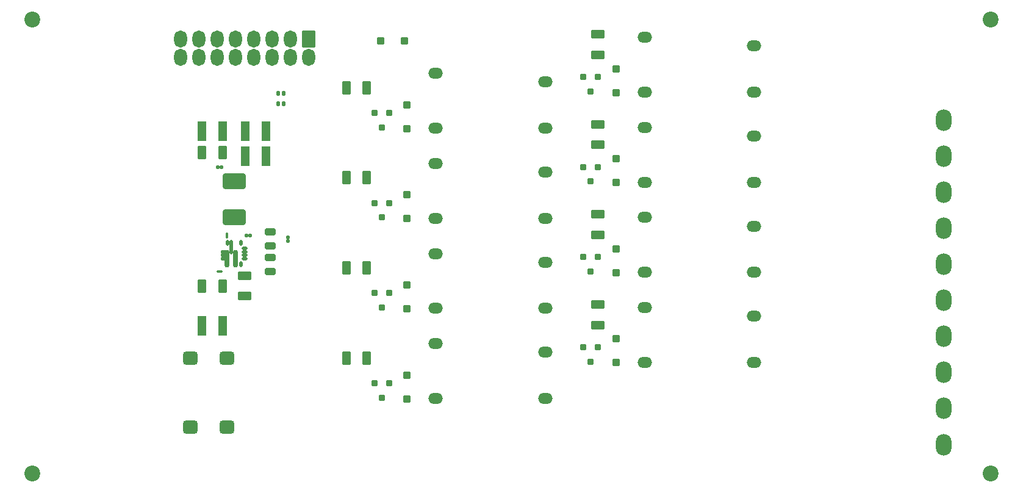
<source format=gbr>
G04 --- HEADER BEGIN --- *
G04 #@! TF.GenerationSoftware,LibrePCB,LibrePCB,1.0.0*
G04 #@! TF.CreationDate,2024-04-26T04:51:19*
G04 #@! TF.ProjectId,OSm Thermal,b11a65fa-6c4c-431c-8545-341aca355aaf,v1*
G04 #@! TF.Part,Single*
G04 #@! TF.SameCoordinates*
G04 #@! TF.FileFunction,Soldermask,Top*
G04 #@! TF.FilePolarity,Negative*
%FSLAX66Y66*%
%MOMM*%
G01*
G75*
G04 --- HEADER END --- *
G04 --- APERTURE LIST BEGIN --- *
%ADD10O,2.0X1.5*%
%AMROUNDEDRECT11*20,1,1.1,-0.225,0.0,0.225,0.0,0.0*20,1,0.45,-0.55,0.0,0.55,0.0,0.0*1,1,0.65,-0.225,0.225*1,1,0.65,0.225,0.225*1,1,0.65,0.225,-0.225*1,1,0.65,-0.225,-0.225*%
%ADD11ROUNDEDRECT11*%
%AMROUNDEDRECT12*20,1,2.2,-1.25,0.0,1.25,0.0,0.0*20,1,1.5,-1.6,0.0,1.6,0.0,0.0*1,1,0.7,-1.25,0.75*1,1,0.7,1.25,0.75*1,1,0.7,1.25,-0.75*1,1,0.7,-1.25,-0.75*%
%ADD12ROUNDEDRECT12*%
%AMROUNDEDRECT13*20,1,0.45,-0.2375,0.0,0.2375,0.0,0.0*20,1,0.125,-0.4,0.0,0.4,0.0,0.0*1,1,0.325,-0.2375,0.0625*1,1,0.325,0.2375,0.0625*1,1,0.325,0.2375,-0.0625*1,1,0.325,-0.2375,-0.0625*%
%ADD13ROUNDEDRECT13*%
%AMROUNDEDRECT14*20,1,0.45,-0.2375,0.0,0.2375,0.0,90.0*20,1,0.125,-0.4,0.0,0.4,0.0,90.0*1,1,0.325,-0.0625,-0.2375*1,1,0.325,-0.0625,0.2375*1,1,0.325,0.0625,0.2375*1,1,0.325,0.0625,-0.2375*%
%ADD14ROUNDEDRECT14*%
%AMROUNDEDRECT15*20,1,0.45,-0.2875,0.0,0.2875,0.0,0.0*20,1,0.125,-0.45,0.0,0.45,0.0,0.0*1,1,0.325,-0.2875,0.0625*1,1,0.325,0.2875,0.0625*1,1,0.325,0.2875,-0.0625*1,1,0.325,-0.2875,-0.0625*%
%ADD15ROUNDEDRECT15*%
%AMOUTLINE16*4,1,32,0.125881,-1.196593,0.175881,-1.183196,0.220711,-1.157314,0.257314,-1.120711,0.283196,-1.075881,0.296593,-1.025881,0.3,-1.0,0.3,1.0,0.296593,1.025881,0.283196,1.075881,0.257314,1.120711,0.220711,1.157314,0.175881,1.183196,0.125881,1.196593,0.1,1.2,-0.1,1.2,-0.125881,1.196593,-0.175881,1.183196,-0.220711,1.157314,-0.257314,1.120711,-0.283196,1.075881,-0.296593,1.025881,-0.3,1.0,-0.3,-1.0,-0.296593,-1.025881,-0.283196,-1.075881,-0.257314,-1.120711,-0.220711,-1.157314,-0.175881,-1.183196,-0.125881,-1.196593,-0.1,-1.2,0.1,-1.2,0.125881,-1.196593,180.0*%
%ADD16OUTLINE16*%
%AMROUNDEDRECT17*20,1,0.45,-0.8375,0.0,0.8375,0.0,90.0*20,1,0.125,-1.0,0.0,1.0,0.0,90.0*1,1,0.325,-0.0625,-0.8375*1,1,0.325,-0.0625,0.8375*1,1,0.325,0.0625,0.8375*1,1,0.325,0.0625,-0.8375*%
%ADD17ROUNDEDRECT17*%
%AMROUNDEDRECT18*20,1,0.6,-1.0,0.0,1.0,0.0,90.0*20,1,0.2,-1.2,0.0,1.2,0.0,90.0*1,1,0.4,-0.1,-1.0*1,1,0.4,-0.1,1.0*1,1,0.4,0.1,1.0*1,1,0.4,0.1,-1.0*%
%ADD18ROUNDEDRECT18*%
%AMROUNDEDRECT19*20,1,0.95,-0.625,0.0,0.625,0.0,0.0*20,1,0.75,-0.725,0.0,0.725,0.0,0.0*1,1,0.2,-0.625,0.375*1,1,0.2,0.625,0.375*1,1,0.2,0.625,-0.375*1,1,0.2,-0.625,-0.375*%
%ADD19ROUNDEDRECT19*%
%AMROUNDEDRECT20*20,1,1.25,-0.8,0.0,0.8,0.0,0.0*20,1,1.05,-0.9,0.0,0.9,0.0,0.0*1,1,0.2,-0.8,0.525*1,1,0.2,0.8,0.525*1,1,0.2,0.8,-0.525*1,1,0.2,-0.8,-0.525*%
%ADD20ROUNDEDRECT20*%
%AMROUNDEDRECT21*20,1,0.4,-0.1125,0.0,0.1125,0.0,0.0*20,1,0.2,-0.2125,0.0,0.2125,0.0,0.0*1,1,0.2,-0.1125,0.1*1,1,0.2,0.1125,0.1*1,1,0.2,0.1125,-0.1*1,1,0.2,-0.1125,-0.1*%
%ADD21ROUNDEDRECT21*%
%AMROUNDEDRECT22*20,1,1.25,-0.8,0.0,0.8,0.0,90.0*20,1,1.05,-0.9,0.0,0.9,0.0,90.0*1,1,0.2,-0.525,-0.8*1,1,0.2,-0.525,0.8*1,1,0.2,0.525,0.8*1,1,0.2,0.525,-0.8*%
%ADD22ROUNDEDRECT22*%
%AMROUNDEDRECT23*20,1,1.25,-1.25,0.0,1.25,0.0,90.0*20,1,1.05,-1.35,0.0,1.35,0.0,90.0*1,1,0.2,-0.525,-1.25*1,1,0.2,-0.525,1.25*1,1,0.2,0.525,1.25*1,1,0.2,0.525,-1.25*%
%ADD23ROUNDEDRECT23*%
%AMROUNDEDRECT24*20,1,0.9,-0.175,0.0,0.175,0.0,0.0*20,1,0.35,-0.45,0.0,0.45,0.0,0.0*1,1,0.55,-0.175,0.175*1,1,0.55,0.175,0.175*1,1,0.55,0.175,-0.175*1,1,0.55,-0.175,-0.175*%
%ADD24ROUNDEDRECT24*%
%AMROUNDEDRECT25*20,1,1.8,-0.652,0.0,0.652,0.0,0.0*20,1,1.104,-1.0,0.0,1.0,0.0,0.0*1,1,0.696,-0.652,0.552*1,1,0.696,0.652,0.552*1,1,0.696,0.652,-0.552*1,1,0.696,-0.652,-0.552*%
%ADD25ROUNDEDRECT25*%
%AMROUNDEDRECT26*20,1,0.5,-0.15,0.0,0.15,0.0,0.0*20,1,0.3,-0.25,0.0,0.25,0.0,0.0*1,1,0.2,-0.15,0.15*1,1,0.2,0.15,0.15*1,1,0.2,0.15,-0.15*1,1,0.2,-0.15,-0.15*%
%ADD26ROUNDEDRECT26*%
%AMROUNDEDRECT27*20,1,0.4,-0.1125,0.0,0.1125,0.0,90.0*20,1,0.2,-0.2125,0.0,0.2125,0.0,90.0*1,1,0.2,-0.1,-0.1125*1,1,0.2,-0.1,0.1125*1,1,0.2,0.1,0.1125*1,1,0.2,0.1,-0.1125*%
%ADD27ROUNDEDRECT27*%
%ADD28O,1.787X2.39*%
%AMROUNDEDRECT29*20,1,1.787,-1.095,0.0,1.095,0.0,90.0*20,1,1.587,-1.195,0.0,1.195,0.0,90.0*1,1,0.2,-0.7935,-1.095*1,1,0.2,-0.7935,1.095*1,1,0.2,0.7935,1.095*1,1,0.2,0.7935,-1.095*%
%ADD29ROUNDEDRECT29*%
%AMROUNDEDRECT30*20,1,0.5,-0.175,0.0,0.175,0.0,90.0*20,1,0.15,-0.35,0.0,0.35,0.0,90.0*1,1,0.35,-0.075,-0.175*1,1,0.35,-0.075,0.175*1,1,0.35,0.075,0.175*1,1,0.35,0.075,-0.175*%
%ADD30ROUNDEDRECT30*%
%ADD31O,2.2X3.0*%
%ADD32C,2.2*%
G04 --- APERTURE LIST END --- *
G04 --- BOARD BEGIN --- *
D10*
G04 #@! TO.C,K1*
X74700000Y-49700000D03*
X59500000Y-48500000D03*
X74700000Y-56100000D03*
X59500000Y-56100000D03*
D11*
G04 #@! TO.C,D6*
X84500000Y-47850000D03*
X84500000Y-51150000D03*
D12*
G04 #@! TO.C,L1*
X31500000Y-31000000D03*
X31500000Y-26000000D03*
D11*
G04 #@! TO.C,D7*
X84500000Y-35350000D03*
X84500000Y-38650000D03*
G04 #@! TO.C,D9*
X84500000Y-10350000D03*
X84500000Y-13650000D03*
D13*
G04 #@! TO.C,U1*
X33000000Y-35750000D03*
D14*
X32500000Y-37500000D03*
X32500000Y-34500000D03*
D15*
X30050000Y-36250000D03*
D14*
X30600000Y-34500000D03*
D13*
X33000000Y-35250000D03*
D16*
X30500000Y-36700000D03*
D13*
X33000000Y-36250000D03*
X33000000Y-36750000D03*
D17*
X31100000Y-35100000D03*
D15*
X30050000Y-35750000D03*
D18*
X31700000Y-36700000D03*
D15*
X30050000Y-36750000D03*
D19*
G04 #@! TO.C,R2*
X36500000Y-34975000D03*
X36500000Y-33025000D03*
D20*
G04 #@! TO.C,R10*
X82000000Y-20925000D03*
X82000000Y-18075000D03*
D21*
G04 #@! TO.C,C5*
X29688000Y-38500000D03*
X29312000Y-38500000D03*
D22*
G04 #@! TO.C,C4*
X29925000Y-40500000D03*
X27075000Y-40500000D03*
D23*
G04 #@! TO.C,C7*
X27075000Y-19000000D03*
X29925000Y-19000000D03*
D19*
G04 #@! TO.C,R3*
X36500000Y-38475000D03*
X36500000Y-36525000D03*
D24*
G04 #@! TO.C,Q2*
X53000000Y-41500000D03*
X51000000Y-41500000D03*
X52000000Y-43500000D03*
D20*
G04 #@! TO.C,R1*
X33000000Y-39075000D03*
X33000000Y-41925000D03*
D23*
G04 #@! TO.C,C3*
X29925000Y-46000000D03*
X27075000Y-46000000D03*
D25*
G04 #@! TO.C,BR1*
X25400000Y-60100000D03*
X30500000Y-50500000D03*
X25400000Y-50500000D03*
X30500000Y-60100000D03*
D22*
G04 #@! TO.C,R5*
X49925000Y-38000000D03*
X47075000Y-38000000D03*
D10*
G04 #@! TO.C,K2*
X74700000Y-37200000D03*
X59500000Y-36000000D03*
X74700000Y-43600000D03*
X59500000Y-43600000D03*
G04 #@! TO.C,K5*
X103700000Y-44700000D03*
X88500000Y-43500000D03*
X103700000Y-51100000D03*
X88500000Y-51100000D03*
G04 #@! TO.C,K4*
X74700000Y-12200000D03*
X59500000Y-11000000D03*
X74700000Y-18600000D03*
X59500000Y-18600000D03*
D24*
G04 #@! TO.C,Q5*
X82000000Y-49000000D03*
X80000000Y-49000000D03*
X81000000Y-51000000D03*
D26*
G04 #@! TO.C,C1*
X33750000Y-33500000D03*
X33250000Y-33500000D03*
G04 #@! TO.C,C10*
X29250000Y-24000000D03*
X29750000Y-24000000D03*
D11*
G04 #@! TO.C,D3*
X55500000Y-40350000D03*
X55500000Y-43650000D03*
D10*
G04 #@! TO.C,K6*
X103700000Y-32200000D03*
X88500000Y-31000000D03*
X103700000Y-38600000D03*
X88500000Y-38600000D03*
G04 #@! TO.C,K3*
X74700000Y-24700000D03*
X59500000Y-23500000D03*
X74700000Y-31100000D03*
X59500000Y-31100000D03*
D27*
G04 #@! TO.C,C2*
X30500000Y-33688000D03*
X30500000Y-33312000D03*
D11*
G04 #@! TO.C,D2*
X55500000Y-52850000D03*
X55500000Y-56150000D03*
D28*
G04 #@! TO.C,J2*
X24110000Y-6230000D03*
X29190000Y-8770000D03*
X39350000Y-8770000D03*
X26650000Y-6230000D03*
X24110000Y-8770000D03*
X31730000Y-8770000D03*
X26650000Y-8770000D03*
X29190000Y-6230000D03*
X36810000Y-6230000D03*
X34270000Y-8770000D03*
X31730000Y-6230000D03*
D29*
X41890000Y-6230000D03*
D28*
X41890000Y-8770000D03*
X34270000Y-6230000D03*
X39350000Y-6230000D03*
X36810000Y-8770000D03*
D24*
G04 #@! TO.C,Q4*
X53000000Y-16500000D03*
X51000000Y-16500000D03*
X52000000Y-18500000D03*
D11*
G04 #@! TO.C,D8*
X84500000Y-22850000D03*
X84500000Y-26150000D03*
D22*
G04 #@! TO.C,R4*
X49925000Y-50500000D03*
X47075000Y-50500000D03*
D24*
G04 #@! TO.C,Q8*
X82000000Y-11500000D03*
X80000000Y-11500000D03*
X81000000Y-13500000D03*
D22*
G04 #@! TO.C,R7*
X49925000Y-13000000D03*
X47075000Y-13000000D03*
D24*
G04 #@! TO.C,Q3*
X53000000Y-29000000D03*
X51000000Y-29000000D03*
X52000000Y-31000000D03*
D22*
G04 #@! TO.C,C6*
X27075000Y-22000000D03*
X29925000Y-22000000D03*
D20*
G04 #@! TO.C,R11*
X82000000Y-8425000D03*
X82000000Y-5575000D03*
G04 #@! TO.C,R8*
X82000000Y-45925000D03*
X82000000Y-43075000D03*
D11*
G04 #@! TO.C,D4*
X55500000Y-27850000D03*
X55500000Y-31150000D03*
D24*
G04 #@! TO.C,Q1*
X53000000Y-54000000D03*
X51000000Y-54000000D03*
X52000000Y-56000000D03*
D30*
G04 #@! TO.C,U2*
X38400000Y-15200000D03*
X38400000Y-13800000D03*
X37600000Y-13800000D03*
X37600000Y-15200000D03*
D24*
G04 #@! TO.C,Q7*
X82000000Y-24000000D03*
X80000000Y-24000000D03*
X81000000Y-26000000D03*
D31*
G04 #@! TO.C,J1*
X130000000Y-57500000D03*
X130000000Y-47500000D03*
X130000000Y-37500000D03*
X130000000Y-52500000D03*
X130000000Y-32500000D03*
X130000000Y-17500000D03*
X130000000Y-27500000D03*
X130000000Y-22500000D03*
X130000000Y-62500000D03*
X130000000Y-42500000D03*
D22*
G04 #@! TO.C,R6*
X49925000Y-25500000D03*
X47075000Y-25500000D03*
D20*
G04 #@! TO.C,R9*
X82000000Y-33425000D03*
X82000000Y-30575000D03*
D23*
G04 #@! TO.C,C9*
X35925000Y-22500000D03*
X33075000Y-22500000D03*
D11*
G04 #@! TO.C,D5*
X55500000Y-15350000D03*
X55500000Y-18650000D03*
D26*
G04 #@! TO.C,C11*
X39000000Y-34250000D03*
X39000000Y-33750000D03*
D23*
G04 #@! TO.C,C8*
X35925000Y-19000000D03*
X33075000Y-19000000D03*
D10*
G04 #@! TO.C,K7*
X103700000Y-19700000D03*
X88500000Y-18500000D03*
X103700000Y-26100000D03*
X88500000Y-26100000D03*
G04 #@! TO.C,K8*
X103700000Y-7200000D03*
X88500000Y-6000000D03*
X103700000Y-13600000D03*
X88500000Y-13600000D03*
D24*
G04 #@! TO.C,Q6*
X82000000Y-36500000D03*
X80000000Y-36500000D03*
X81000000Y-38500000D03*
D11*
G04 #@! TO.C,D1*
X55150000Y-6500000D03*
X51850000Y-6500000D03*
D32*
G04 #@! TD*
X3500000Y-66500000D03*
X136500000Y-66500000D03*
X3500000Y-3500000D03*
X136500000Y-3500000D03*
G04 --- BOARD END --- *
G04 #@! TF.MD5,6fde508df8c0e9a46d8a2af3d0db5b3c*
M02*

</source>
